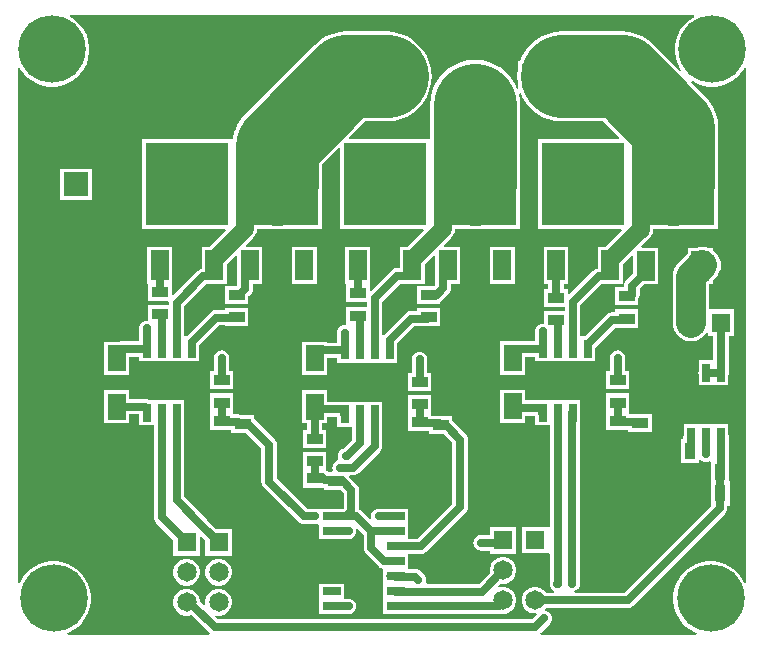
<source format=gtl>
G04*
G04 #@! TF.GenerationSoftware,Altium Limited,Altium Designer,24.0.1 (36)*
G04*
G04 Layer_Physical_Order=1*
G04 Layer_Color=255*
%FSLAX45Y45*%
%MOMM*%
G71*
G04*
G04 #@! TF.SameCoordinates,0B170F52-40F4-4D68-8434-06CE0CB0BF9C*
G04*
G04*
G04 #@! TF.FilePolarity,Positive*
G04*
G01*
G75*
%ADD20R,1.50000X2.50000*%
%ADD21R,7.00000X7.00000*%
%ADD29R,0.91000X1.39000*%
%ADD30R,1.39000X0.91000*%
%ADD31R,0.97000X1.47000*%
%ADD32R,1.55000X2.20000*%
%ADD33R,1.52500X0.65000*%
%ADD34R,1.40000X0.95000*%
%ADD35R,0.65000X1.52500*%
%ADD36C,0.70000*%
%ADD37C,2.50000*%
%ADD38C,7.00000*%
%ADD39C,1.50000*%
%ADD40C,1.65000*%
%ADD41R,1.65000X1.65000*%
%ADD42R,1.65000X1.65000*%
%ADD43R,2.05000X2.05000*%
%ADD44C,2.05000*%
%ADD45R,2.05000X2.05000*%
%ADD46C,5.70000*%
%ADD47C,0.50000*%
G36*
X14553481Y12213514D02*
X14541504Y12207412D01*
X14501392Y12178269D01*
X14466331Y12143209D01*
X14437189Y12103096D01*
X14414677Y12058918D01*
X14399358Y12011763D01*
X14391600Y11962791D01*
Y11913209D01*
X14399358Y11864237D01*
X14414677Y11817082D01*
X14437189Y11772904D01*
X14442445Y11765667D01*
X14432759Y11757393D01*
X14211221Y11978931D01*
X14165738Y12017777D01*
X14114738Y12049029D01*
X14087109Y12060474D01*
X14059479Y12071919D01*
X14001318Y12085882D01*
X13941689Y12090575D01*
X13436600D01*
X13376971Y12085882D01*
X13318811Y12071919D01*
X13263550Y12049029D01*
X13212550Y12017777D01*
X13167068Y11978931D01*
X13128223Y11933449D01*
X13096971Y11882450D01*
X13080174Y11841900D01*
X13067500D01*
Y11799778D01*
X13060118Y11769029D01*
X13055424Y11709400D01*
X13060118Y11649771D01*
X13067500Y11619022D01*
Y11607051D01*
X13054800Y11604525D01*
X13039629Y11641150D01*
X13008377Y11692149D01*
X12969531Y11737631D01*
X12924049Y11776477D01*
X12873050Y11807729D01*
X12817789Y11830619D01*
X12759629Y11844582D01*
X12700000Y11849275D01*
X12640371Y11844582D01*
X12582211Y11830619D01*
X12526950Y11807729D01*
X12475951Y11776477D01*
X12430469Y11737631D01*
X12391623Y11692149D01*
X12360371Y11641150D01*
X12337481Y11585889D01*
X12323518Y11527729D01*
X12318825Y11468100D01*
Y11191258D01*
X12318000Y11178900D01*
X11636255D01*
X11631395Y11190633D01*
X11768987Y11328225D01*
X11950700D01*
X12010329Y11332918D01*
X12068489Y11346881D01*
X12123750Y11369771D01*
X12174749Y11401023D01*
X12220231Y11439869D01*
X12259077Y11485351D01*
X12290329Y11536350D01*
X12313219Y11591611D01*
X12327182Y11649771D01*
X12329671Y11681400D01*
X12332500Y11691956D01*
Y11726844D01*
X12329671Y11737400D01*
X12327182Y11769029D01*
X12313219Y11827189D01*
X12290329Y11882450D01*
X12259077Y11933449D01*
X12220231Y11978931D01*
X12174749Y12017777D01*
X12123750Y12049029D01*
X12068489Y12071919D01*
X12010329Y12085882D01*
X11950700Y12090575D01*
X11611099D01*
X11551470Y12085882D01*
X11493309Y12071919D01*
X11438049Y12049029D01*
X11387050Y12017777D01*
X11341568Y11978931D01*
X10753769Y11391132D01*
X10714923Y11345650D01*
X10683671Y11294651D01*
X10672226Y11267021D01*
X10660781Y11239391D01*
X10648610Y11188696D01*
X10641600Y11178900D01*
X9881600D01*
Y10418900D01*
X10585233D01*
X10590093Y10407167D01*
X10446826Y10263900D01*
X10386600D01*
Y10165783D01*
X10385694Y10158900D01*
X10385694Y10158898D01*
Y10108900D01*
X10386600Y10102018D01*
Y10082661D01*
X10383308Y10082227D01*
X10367496Y10075678D01*
X10353918Y10065259D01*
X10144733Y9856074D01*
X10133000Y9860934D01*
Y9953900D01*
X10136600D01*
Y10263900D01*
X9926600D01*
Y9953900D01*
X9933000D01*
Y9809200D01*
X10096683D01*
X10107821Y9796500D01*
X10107139Y9791324D01*
Y9774200D01*
X9933000D01*
Y9649109D01*
X9923452Y9640735D01*
X9918700Y9641361D01*
X9901732Y9639127D01*
X9885920Y9632577D01*
X9872342Y9622158D01*
X9861923Y9608580D01*
X9855373Y9592768D01*
X9853139Y9575800D01*
Y9468061D01*
X9711100D01*
X9694131Y9465827D01*
X9688756Y9463600D01*
X9557200D01*
Y9183600D01*
X9772200D01*
Y9336939D01*
X9856200D01*
Y9296250D01*
X9981199D01*
Y9296250D01*
X9983201D01*
Y9296250D01*
X10108199D01*
Y9296250D01*
X10110201D01*
Y9296250D01*
X10235199D01*
Y9296250D01*
X10237201D01*
Y9296250D01*
X10362200D01*
Y9383536D01*
X10363027Y9385532D01*
X10365261Y9402500D01*
Y9431144D01*
X10485758Y9551641D01*
X10485760Y9551644D01*
X10535056Y9600939D01*
X10580700D01*
Y9593800D01*
X10780700D01*
Y9748800D01*
X10580700D01*
Y9732061D01*
X10507900D01*
X10490931Y9729827D01*
X10475120Y9723277D01*
X10461541Y9712858D01*
X10393042Y9644358D01*
X10257434Y9508750D01*
X10238261D01*
Y9575800D01*
Y9764168D01*
X10427432Y9953340D01*
X10451600D01*
X10455858Y9953900D01*
X10596600D01*
Y10102018D01*
X10597506Y10108900D01*
Y10115032D01*
X10676567Y10194093D01*
X10688300Y10189233D01*
Y10023460D01*
X10687739Y10019200D01*
Y9938800D01*
X10580700D01*
Y9783800D01*
X10780700D01*
Y9846083D01*
X10786011Y9851394D01*
X10786081Y9851423D01*
X10799658Y9861842D01*
X10810077Y9875420D01*
X10816627Y9891232D01*
X10818861Y9908200D01*
Y9954200D01*
X10898300D01*
Y10264200D01*
X10763267D01*
X10758407Y10275933D01*
X10823486Y10341012D01*
X10823487Y10341013D01*
X10840317Y10362947D01*
X10850897Y10388490D01*
X10854506Y10415900D01*
X10866150Y10419200D01*
X11008370D01*
X11023300Y10418025D01*
X11038230Y10419200D01*
X11403300D01*
Y10784270D01*
X11404475Y10799200D01*
Y10963713D01*
X11546267Y11105505D01*
X11558000Y11100645D01*
Y10418900D01*
X12261633D01*
X12266493Y10407167D01*
X12123226Y10263900D01*
X12063000D01*
Y10165783D01*
X12062094Y10158900D01*
X12063000Y10152017D01*
Y10085861D01*
X12039600D01*
X12022632Y10083627D01*
X12006820Y10077077D01*
X11993241Y10066658D01*
X11821133Y9894550D01*
X11809400Y9899410D01*
Y9950500D01*
X11813000Y9953900D01*
X11813000D01*
Y10263900D01*
X11603000D01*
Y9953900D01*
X11609400Y9950500D01*
Y9795500D01*
X11783539D01*
Y9760500D01*
X11609400D01*
Y9614188D01*
X11597773Y9602909D01*
X11595100Y9603261D01*
X11578132Y9601027D01*
X11562320Y9594477D01*
X11548742Y9584058D01*
X11538323Y9570480D01*
X11531773Y9554668D01*
X11529539Y9537700D01*
Y9455361D01*
X11448600D01*
Y9463600D01*
X11233600D01*
Y9183600D01*
X11448600D01*
Y9324239D01*
X11532600D01*
Y9283550D01*
X11657599D01*
Y9283550D01*
X11659601D01*
Y9283550D01*
X11784599D01*
Y9283550D01*
X11786601D01*
Y9283550D01*
X11911599D01*
Y9283550D01*
X11913601D01*
Y9283550D01*
X12038600D01*
Y9370836D01*
X12039427Y9372832D01*
X12041661Y9389800D01*
Y9447639D01*
X12187262Y9593239D01*
X12293800D01*
X12298058Y9593800D01*
X12406300D01*
Y9748800D01*
X12206300D01*
Y9724361D01*
X12160105D01*
X12143137Y9722127D01*
X12127325Y9715577D01*
X12113747Y9705158D01*
X11929742Y9521153D01*
X11927361Y9518050D01*
X11914661Y9522361D01*
Y9537700D01*
Y9802644D01*
X12065917Y9953900D01*
X12273000D01*
Y10114126D01*
X12353047Y10194174D01*
X12364781Y10189313D01*
Y10072903D01*
X12364220Y10068643D01*
Y9941961D01*
X12361059Y9938800D01*
X12206300D01*
Y9783800D01*
X12406300D01*
Y9803264D01*
X12408856Y9804323D01*
X12422434Y9814742D01*
X12476139Y9868447D01*
X12486558Y9882025D01*
X12493107Y9897837D01*
X12495341Y9914805D01*
Y9953643D01*
X12574780D01*
Y10263643D01*
X12439111D01*
X12434250Y10275376D01*
X12499667Y10340794D01*
X12516498Y10362728D01*
X12527078Y10388270D01*
X12530687Y10415680D01*
X12542526Y10418643D01*
X12684853D01*
X12699781Y10417468D01*
X12714708Y10418643D01*
X13079781D01*
Y10781144D01*
X13081175Y10798863D01*
Y11468100D01*
X13076482Y11527729D01*
X13070003Y11554718D01*
X13080328Y11566111D01*
X13084906Y11565478D01*
X13096971Y11536350D01*
X13128223Y11485351D01*
X13167068Y11439869D01*
X13212550Y11401023D01*
X13263550Y11369771D01*
X13318811Y11346881D01*
X13376971Y11332918D01*
X13436600Y11328225D01*
X13783801D01*
X13921237Y11190790D01*
X13916377Y11179057D01*
X13234631D01*
Y10419057D01*
X13938264D01*
X13943124Y10407323D01*
X13799858Y10264057D01*
X13739632D01*
Y10165940D01*
X13738725Y10159057D01*
X13738725Y10159055D01*
Y10109057D01*
X13739632Y10102175D01*
Y10083824D01*
X13728690Y10082384D01*
X13712878Y10075834D01*
X13699300Y10065415D01*
X13497533Y9863649D01*
X13485800Y9868509D01*
Y9913400D01*
X13450777D01*
Y9954057D01*
X13489632D01*
Y10264057D01*
X13279633D01*
Y9954057D01*
X13319655D01*
Y9913400D01*
X13285800D01*
Y9758400D01*
X13459940D01*
Y9723400D01*
X13285800D01*
Y9623709D01*
X13276253Y9615335D01*
X13271500Y9615961D01*
X13254532Y9613727D01*
X13238721Y9607177D01*
X13225142Y9596758D01*
X13214723Y9583180D01*
X13208173Y9567368D01*
X13205939Y9550400D01*
Y9468061D01*
X13062100D01*
X13045131Y9465827D01*
X13044101Y9465400D01*
X12910001D01*
Y9185400D01*
X13125000D01*
Y9336939D01*
X13209000D01*
Y9296250D01*
X13334000D01*
Y9296250D01*
X13336002D01*
Y9296250D01*
X13460999D01*
Y9296250D01*
X13463000D01*
Y9296250D01*
X13577299D01*
X13587999Y9296250D01*
Y9296250D01*
X13590001D01*
Y9296250D01*
X13714999D01*
Y9411033D01*
X13884506Y9580539D01*
X13970200D01*
X13974458Y9581100D01*
X14082700D01*
Y9736100D01*
X13882700D01*
Y9711661D01*
X13857350D01*
X13840382Y9709427D01*
X13824570Y9702877D01*
X13810992Y9692459D01*
X13627284Y9508750D01*
X13591061D01*
Y9537700D01*
Y9771743D01*
X13772813Y9953496D01*
X13804633D01*
X13808890Y9954057D01*
X13949631D01*
Y10102175D01*
X13950539Y10109057D01*
Y10115189D01*
X14029668Y10194318D01*
X14041400Y10189458D01*
Y10042717D01*
X13980437Y9981753D01*
X13970018Y9968175D01*
X13963467Y9952364D01*
X13961234Y9935395D01*
Y9926100D01*
X13882700D01*
Y9771100D01*
X14082700D01*
Y9827183D01*
X14083572Y9828320D01*
X14090121Y9844131D01*
X14092355Y9861100D01*
Y9908239D01*
X14134117Y9950000D01*
X14251401D01*
Y10260000D01*
X14111942D01*
X14107082Y10271733D01*
X14159846Y10324499D01*
X14176286Y10337113D01*
X14193117Y10359047D01*
X14203697Y10384590D01*
X14207306Y10412000D01*
Y10415000D01*
X14361470D01*
X14376401Y10413825D01*
X14391330Y10415000D01*
X14756400D01*
Y10780070D01*
X14757574Y10795000D01*
Y11274689D01*
X14752882Y11334318D01*
X14738919Y11392479D01*
X14716029Y11447739D01*
X14684776Y11498738D01*
X14645932Y11544221D01*
X14525993Y11664159D01*
X14534267Y11673846D01*
X14541504Y11668588D01*
X14585683Y11646078D01*
X14632837Y11630757D01*
X14681808Y11623000D01*
X14731390D01*
X14780363Y11630757D01*
X14827518Y11646078D01*
X14871696Y11668588D01*
X14911809Y11697731D01*
X14946869Y11732791D01*
X14976012Y11772904D01*
X14980914Y11782525D01*
X14993263Y11779561D01*
X14993263Y7424087D01*
X14980563Y7421038D01*
X14963312Y7454896D01*
X14934169Y7495009D01*
X14899109Y7530069D01*
X14858997Y7559212D01*
X14814818Y7581722D01*
X14767664Y7597043D01*
X14718690Y7604800D01*
X14669109D01*
X14620137Y7597043D01*
X14572981Y7581722D01*
X14528804Y7559212D01*
X14488692Y7530069D01*
X14453632Y7495009D01*
X14424487Y7454896D01*
X14401978Y7410718D01*
X14386658Y7363563D01*
X14378900Y7314591D01*
Y7265009D01*
X14386658Y7216037D01*
X14401978Y7168882D01*
X14424487Y7124704D01*
X14453632Y7084591D01*
X14488692Y7049531D01*
X14528804Y7020388D01*
X14572981Y6997878D01*
X14576822Y6996630D01*
X14574837Y6984087D01*
X13257785Y6984086D01*
X13253473Y6996787D01*
X13257455Y6999842D01*
X13331955Y7074342D01*
X13342374Y7087920D01*
X13348924Y7103732D01*
X13351157Y7120701D01*
X13348924Y7137669D01*
X13342374Y7153481D01*
X13331955Y7167059D01*
X13318378Y7177478D01*
X13302565Y7184027D01*
X13295462Y7184962D01*
X13290910Y7198371D01*
X13298022Y7205483D01*
X13299268Y7207640D01*
X13991499D01*
X14008469Y7209874D01*
X14024281Y7216423D01*
X14037859Y7226842D01*
X14818112Y8007095D01*
X14828531Y8020674D01*
X14835081Y8036486D01*
X14837315Y8053454D01*
Y8075300D01*
X14855400D01*
Y8282300D01*
X14851401D01*
Y8456100D01*
X14845860D01*
Y8639289D01*
X14846127Y8639932D01*
X14848360Y8656900D01*
X14846127Y8673868D01*
X14845300Y8675864D01*
Y8763150D01*
X14731000D01*
X14720300Y8763150D01*
Y8763150D01*
X14718298D01*
Y8763150D01*
X14593301D01*
Y8763150D01*
X14591299D01*
Y8763150D01*
X14466299D01*
Y8675864D01*
X14465472Y8673868D01*
X14463239Y8656900D01*
Y8636440D01*
X14443140D01*
Y8437440D01*
X14594141D01*
Y8461721D01*
X14606841Y8466032D01*
X14609442Y8462642D01*
X14623019Y8452223D01*
X14638832Y8445673D01*
X14655800Y8443439D01*
X14672768Y8445673D01*
X14688580Y8452223D01*
X14700400Y8445284D01*
Y8282300D01*
X14698399D01*
Y8075301D01*
X14698399Y8075300D01*
X14698399D01*
X14691406Y8065824D01*
X13964343Y7338761D01*
X13542313D01*
X13539929Y7350933D01*
X13555740Y7357483D01*
X13569318Y7367902D01*
X13579736Y7381480D01*
X13586287Y7397292D01*
X13588521Y7414260D01*
Y8794509D01*
X13588560Y8794812D01*
Y8842489D01*
X13588828Y8843132D01*
X13591060Y8860100D01*
X13588828Y8877068D01*
X13588000Y8879064D01*
Y8966350D01*
X13473700D01*
X13463000Y8966350D01*
Y8966350D01*
X13460999D01*
Y8966350D01*
X13336002D01*
X13336000Y8966350D01*
X13334000D01*
Y8966350D01*
X13323300Y8966350D01*
X13281502D01*
X13267751Y8968160D01*
X13125000D01*
Y9055400D01*
X12910001D01*
Y8775400D01*
X13125000D01*
Y8837039D01*
X13209000D01*
Y8753850D01*
X13332939D01*
Y7895689D01*
X13320500Y7895060D01*
X13320239Y7895060D01*
X13095500D01*
Y7670060D01*
X13320239D01*
X13320500Y7670060D01*
X13332939Y7669431D01*
Y7429427D01*
X13332632Y7428688D01*
X13330400Y7411720D01*
X13332632Y7394752D01*
X13339183Y7378940D01*
X13349602Y7365362D01*
X13363181Y7354943D01*
X13371585Y7351461D01*
X13369060Y7338761D01*
X13300838D01*
X13298022Y7343637D01*
X13277077Y7364582D01*
X13251424Y7379393D01*
X13222810Y7387060D01*
X13193188D01*
X13164577Y7379393D01*
X13138924Y7364582D01*
X13117978Y7343637D01*
X13103168Y7317983D01*
X13095500Y7289371D01*
Y7259749D01*
X13103168Y7231137D01*
X13117978Y7205483D01*
X13138924Y7184538D01*
X13164577Y7169727D01*
X13193188Y7162060D01*
X13216280D01*
X13221539Y7149360D01*
X13183942Y7111761D01*
X10524557D01*
X10502146Y7134171D01*
X10508720Y7145558D01*
X10513489Y7144280D01*
X10543111D01*
X10571723Y7151947D01*
X10597377Y7166758D01*
X10618322Y7187703D01*
X10633133Y7213357D01*
X10640800Y7241969D01*
Y7271591D01*
X10633133Y7300203D01*
X10618322Y7325857D01*
X10597377Y7346802D01*
X10571723Y7361613D01*
X10543111Y7369280D01*
X10513489D01*
X10484877Y7361613D01*
X10459223Y7346802D01*
X10438278Y7325857D01*
X10423467Y7300203D01*
X10415800Y7271591D01*
Y7241969D01*
X10417078Y7237200D01*
X10405691Y7230626D01*
X10370200Y7266117D01*
Y7271591D01*
X10362534Y7300203D01*
X10347723Y7325857D01*
X10326777Y7346802D01*
X10301124Y7361613D01*
X10272511Y7369280D01*
X10242889D01*
X10214277Y7361613D01*
X10188624Y7346802D01*
X10167678Y7325857D01*
X10152867Y7300203D01*
X10145200Y7271591D01*
Y7241969D01*
X10152867Y7213357D01*
X10167678Y7187703D01*
X10188624Y7166758D01*
X10214277Y7151947D01*
X10242889Y7144280D01*
X10272511D01*
X10299399Y7151485D01*
X10451042Y6999842D01*
X10455024Y6996786D01*
X10450713Y6984086D01*
X9250363Y6984086D01*
X9248376Y6996630D01*
X9252218Y6997878D01*
X9296396Y7020388D01*
X9336509Y7049531D01*
X9371569Y7084591D01*
X9400712Y7124704D01*
X9423222Y7168882D01*
X9438543Y7216037D01*
X9446300Y7265009D01*
Y7314591D01*
X9438543Y7363563D01*
X9423222Y7410718D01*
X9400712Y7454896D01*
X9371569Y7495009D01*
X9336509Y7530069D01*
X9296396Y7559212D01*
X9252218Y7581722D01*
X9205063Y7597043D01*
X9156091Y7604800D01*
X9106509D01*
X9057537Y7597043D01*
X9010382Y7581722D01*
X8966204Y7559212D01*
X8926091Y7530069D01*
X8891031Y7495009D01*
X8861888Y7454896D01*
X8844637Y7421039D01*
X8831937Y7424088D01*
X8831936Y11779562D01*
X8844285Y11782527D01*
X8849188Y11772904D01*
X8878331Y11732791D01*
X8913391Y11697731D01*
X8953504Y11668588D01*
X8997682Y11646078D01*
X9044837Y11630757D01*
X9093809Y11623000D01*
X9143391D01*
X9192363Y11630757D01*
X9239518Y11646078D01*
X9283696Y11668588D01*
X9323809Y11697731D01*
X9358869Y11732791D01*
X9388012Y11772904D01*
X9410522Y11817082D01*
X9425843Y11864237D01*
X9433600Y11913209D01*
Y11962791D01*
X9425843Y12011763D01*
X9410522Y12058918D01*
X9388012Y12103096D01*
X9358869Y12143209D01*
X9323809Y12178269D01*
X9283696Y12207412D01*
X9271720Y12213514D01*
X9274685Y12225863D01*
X11940000Y12225864D01*
X14550516D01*
X14553481Y12213514D01*
D02*
G37*
%LPC*%
G36*
X9454300Y10927500D02*
X9189300D01*
Y10662500D01*
X9454300D01*
Y10927500D01*
D02*
G37*
G36*
X14625320Y10267489D02*
X14594936Y10264497D01*
X14580110Y10260000D01*
X14569418D01*
X14567680Y10260720D01*
X14545799D01*
X14544061Y10260000D01*
X14501401D01*
Y10208084D01*
X14418668Y10125352D01*
X14399300Y10101750D01*
X14384906Y10074823D01*
X14376044Y10045605D01*
X14373050Y10015220D01*
Y9624060D01*
X14376044Y9593675D01*
X14384906Y9564457D01*
X14399300Y9537530D01*
X14418668Y9513928D01*
X14442270Y9494559D01*
X14469197Y9480166D01*
X14498415Y9471303D01*
X14528799Y9468310D01*
X14559184Y9471303D01*
X14588403Y9480166D01*
X14615331Y9494559D01*
X14638931Y9513928D01*
X14657600Y9536676D01*
X14661725Y9536672D01*
X14670300Y9534524D01*
Y9511560D01*
X14717239D01*
Y9305550D01*
X14593300D01*
Y9218265D01*
X14592473Y9216269D01*
X14590239Y9199300D01*
X14592473Y9182332D01*
X14593300Y9180336D01*
Y9093050D01*
X14718298D01*
Y9093050D01*
X14720300D01*
Y9093050D01*
X14845300D01*
Y9180336D01*
X14846127Y9182332D01*
X14848361Y9199300D01*
Y9511560D01*
X14895300D01*
Y9736560D01*
X14684550D01*
Y9950000D01*
X14711400D01*
Y9977556D01*
X14735452Y10001608D01*
X14754820Y10025210D01*
X14769214Y10052137D01*
X14778078Y10081355D01*
X14781068Y10111740D01*
X14778078Y10142125D01*
X14769214Y10171343D01*
X14754820Y10198270D01*
X14735452Y10221872D01*
X14711850Y10241241D01*
X14711400Y10241482D01*
Y10260000D01*
X14670531D01*
X14655705Y10264497D01*
X14625320Y10267489D01*
D02*
G37*
G36*
X11358300Y10264200D02*
X11148300D01*
Y9954200D01*
X11358300D01*
Y10264200D01*
D02*
G37*
G36*
X13034779Y10263643D02*
X12824780D01*
Y9953643D01*
X12915141D01*
X12917661Y9952600D01*
X12939540D01*
X12942058Y9953643D01*
X13034779D01*
Y10263643D01*
D02*
G37*
G36*
X13906500Y9389161D02*
X13889532Y9386927D01*
X13873720Y9380377D01*
X13860143Y9369958D01*
X13849722Y9356381D01*
X13843173Y9340569D01*
X13840939Y9323600D01*
Y9214900D01*
X13806500D01*
Y9059900D01*
X14006500D01*
Y9214900D01*
X13972061D01*
Y9323600D01*
X13969827Y9340569D01*
X13963277Y9356381D01*
X13952858Y9369958D01*
X13939281Y9380377D01*
X13923468Y9386927D01*
X13906500Y9389161D01*
D02*
G37*
G36*
X10553700D02*
X10536732Y9386927D01*
X10520920Y9380377D01*
X10507342Y9369958D01*
X10496923Y9356381D01*
X10490373Y9340569D01*
X10488139Y9323600D01*
Y9214900D01*
X10453700D01*
Y9059900D01*
X10653700D01*
Y9214900D01*
X10619261D01*
Y9323600D01*
X10617027Y9340569D01*
X10610477Y9356381D01*
X10600058Y9369958D01*
X10586480Y9380377D01*
X10570668Y9386927D01*
X10553700Y9389161D01*
D02*
G37*
G36*
X12230100Y9379761D02*
X12213132Y9377527D01*
X12197320Y9370977D01*
X12183742Y9360558D01*
X12173323Y9346981D01*
X12166773Y9331169D01*
X12164539Y9314200D01*
Y9202200D01*
X12130100D01*
Y9047200D01*
X12330100D01*
Y9202200D01*
X12295661D01*
Y9314200D01*
X12293427Y9331169D01*
X12286877Y9346981D01*
X12276458Y9360558D01*
X12262880Y9370977D01*
X12247068Y9377527D01*
X12230100Y9379761D01*
D02*
G37*
G36*
X14006500Y9024900D02*
X13806500D01*
Y8869900D01*
Y8717000D01*
X13997501D01*
Y8700200D01*
X14196500D01*
Y8851200D01*
X14006500D01*
Y8869900D01*
Y9024900D01*
D02*
G37*
G36*
X11448600Y9053600D02*
X11233600D01*
Y8773600D01*
X11275539D01*
Y8719600D01*
X11241100D01*
Y8564600D01*
X11441100D01*
Y8719600D01*
X11406661D01*
Y8773600D01*
X11448600D01*
Y8824339D01*
X11532600D01*
Y8741150D01*
X11656539D01*
Y8632456D01*
X11582328Y8558245D01*
X11570820Y8553477D01*
X11557242Y8543059D01*
X11546823Y8529481D01*
X11540273Y8513669D01*
X11538039Y8496700D01*
X11540273Y8479732D01*
X11542969Y8473223D01*
X11540130Y8460471D01*
X11536149Y8458419D01*
X11524220Y8453477D01*
X11510642Y8443059D01*
X11500223Y8429481D01*
X11493673Y8413669D01*
X11491439Y8396700D01*
X11493673Y8379732D01*
X11495882Y8374400D01*
X11487396Y8361700D01*
X11454117D01*
X11451258Y8364559D01*
X11441100Y8372353D01*
Y8529600D01*
X11241100D01*
Y8374600D01*
Y8227800D01*
X11419400D01*
Y8210700D01*
X11557307D01*
X11587839Y8180168D01*
Y8059456D01*
X11578344Y8049961D01*
X11485100D01*
X11468132Y8047727D01*
X11466136Y8046900D01*
X11378851D01*
X11378850Y8046901D01*
Y8046901D01*
X11366150Y8045519D01*
X11360819Y8047727D01*
X11343850Y8049961D01*
X11277423D01*
X11022066Y8305318D01*
Y8588795D01*
X11019832Y8605763D01*
X11013283Y8621575D01*
X11002863Y8635153D01*
X10833358Y8804659D01*
X10831000Y8806468D01*
Y8844300D01*
X10713748D01*
X10711268Y8845327D01*
X10694300Y8847561D01*
X10653700D01*
Y9024900D01*
X10453700D01*
Y8869900D01*
Y8717000D01*
X10561942D01*
X10566200Y8716440D01*
X10632000D01*
Y8693300D01*
X10737742D01*
X10742000Y8692740D01*
X10759844D01*
X10890944Y8561639D01*
Y8278162D01*
X10893178Y8261194D01*
X10899728Y8245382D01*
X10910147Y8231804D01*
X11203909Y7938042D01*
X11217487Y7927623D01*
X11233299Y7921074D01*
X11250267Y7918840D01*
X11343850D01*
X11360819Y7921074D01*
X11366150Y7923282D01*
X11369060Y7922965D01*
X11378850Y7914796D01*
Y7794900D01*
X11466136D01*
X11468132Y7794074D01*
X11485100Y7791840D01*
X11629300D01*
X11646269Y7794074D01*
X11662081Y7800623D01*
X11675659Y7811042D01*
X11686077Y7824620D01*
X11692627Y7840432D01*
X11694861Y7857400D01*
X11692627Y7874369D01*
X11692077Y7875696D01*
X11702844Y7882890D01*
X11755490Y7830244D01*
Y7716450D01*
X11757724Y7699482D01*
X11764273Y7683670D01*
X11774692Y7670092D01*
X11885242Y7559542D01*
X11898820Y7549123D01*
X11910740Y7544186D01*
X11921250Y7538900D01*
Y7493265D01*
X11919359Y7488700D01*
Y7466820D01*
X11921250Y7462255D01*
Y7424600D01*
X11921250Y7413901D01*
X11921250D01*
Y7411900D01*
X11921250D01*
Y7297600D01*
X11921250Y7286901D01*
X11921250D01*
Y7284900D01*
X11921250D01*
Y7159900D01*
X12008536D01*
X12010532Y7159074D01*
X12027500Y7156840D01*
X12898994D01*
X12915962Y7159074D01*
X12920950Y7161140D01*
X12922589Y7160700D01*
X12952211D01*
X12980824Y7168367D01*
X13006477Y7183178D01*
X13027423Y7204124D01*
X13042233Y7229777D01*
X13049899Y7258389D01*
Y7288011D01*
X13042233Y7316624D01*
X13027423Y7342277D01*
X13006477Y7363223D01*
X12980824Y7378034D01*
X12952211Y7385700D01*
X12922589D01*
X12900717Y7379839D01*
X12894144Y7391226D01*
X12918668Y7415751D01*
X12922589Y7414700D01*
X12952211D01*
X12980824Y7422367D01*
X13006477Y7437178D01*
X13027423Y7458124D01*
X13042233Y7483777D01*
X13049899Y7512389D01*
Y7542011D01*
X13042233Y7570624D01*
X13027423Y7596277D01*
X13006477Y7617223D01*
X12980824Y7632034D01*
X12952211Y7639700D01*
X12922589D01*
X12893977Y7632034D01*
X12868324Y7617223D01*
X12847379Y7596277D01*
X12832567Y7570624D01*
X12824899Y7542011D01*
Y7512389D01*
X12825951Y7508468D01*
X12729944Y7412461D01*
X12289108D01*
X12280622Y7425161D01*
X12282598Y7429932D01*
X12284832Y7446900D01*
X12282598Y7463868D01*
X12276048Y7479681D01*
X12265630Y7493259D01*
X12238630Y7520259D01*
X12225051Y7530678D01*
X12209240Y7537227D01*
X12192271Y7539461D01*
X12145854D01*
X12133750Y7540901D01*
Y7664840D01*
X12238900D01*
X12255869Y7667074D01*
X12271681Y7673623D01*
X12285259Y7684042D01*
X12619358Y8018142D01*
X12629777Y8031720D01*
X12636327Y8047532D01*
X12638561Y8064500D01*
Y8633924D01*
X12636327Y8650892D01*
X12629777Y8666704D01*
X12619359Y8680282D01*
X12507682Y8791959D01*
X12507400Y8792175D01*
Y8831600D01*
X12418666D01*
X12409669Y8835327D01*
X12392700Y8837561D01*
X12330100D01*
Y9012200D01*
X12130100D01*
Y8857200D01*
Y8704300D01*
X12308400D01*
Y8680600D01*
X12433607D01*
X12507439Y8606768D01*
Y8091656D01*
X12211744Y7795961D01*
X12133750D01*
Y7919900D01*
X12133751D01*
Y7921901D01*
X12133750D01*
Y8046900D01*
X12046465D01*
X12044469Y8047727D01*
X12027500Y8049961D01*
X11883300D01*
X11866332Y8047727D01*
X11850520Y8041177D01*
X11836942Y8030759D01*
X11826523Y8017181D01*
X11819974Y8001369D01*
X11817740Y7984400D01*
X11819712Y7969416D01*
X11815409Y7965680D01*
X11808240Y7962927D01*
X11740409Y8030759D01*
X11726831Y8041178D01*
X11718961Y8044438D01*
Y8207324D01*
X11716727Y8224292D01*
X11710177Y8240104D01*
X11699758Y8253682D01*
X11635001Y8318440D01*
X11640261Y8331140D01*
X11668220D01*
X11685189Y8333373D01*
X11701000Y8339923D01*
X11714579Y8350342D01*
X11895459Y8531222D01*
X11905877Y8544800D01*
X11912427Y8560612D01*
X11914661Y8577580D01*
Y8806150D01*
X11912427Y8823118D01*
X11911600Y8825114D01*
Y8953650D01*
X11786601D01*
X11786600Y8953650D01*
X11784599D01*
Y8953650D01*
X11773900Y8953650D01*
X11659601D01*
X11659600Y8953650D01*
X11657599D01*
Y8953650D01*
X11646900Y8953650D01*
X11605102D01*
X11591350Y8955460D01*
X11448600D01*
Y9053600D01*
D02*
G37*
G36*
X13049899Y7893700D02*
X12824899D01*
Y7825261D01*
X12750800D01*
X12733832Y7823027D01*
X12718020Y7816477D01*
X12704442Y7806058D01*
X12694023Y7792480D01*
X12687473Y7776668D01*
X12685239Y7759700D01*
X12687473Y7742732D01*
X12694023Y7726920D01*
X12704442Y7713342D01*
X12718020Y7702923D01*
X12733832Y7696373D01*
X12750800Y7694139D01*
X12824899D01*
Y7668700D01*
X13049899D01*
Y7893700D01*
D02*
G37*
G36*
X9772200Y9053600D02*
X9557200D01*
Y8773600D01*
X9772200D01*
Y8848039D01*
X9854727D01*
X9855373Y8843131D01*
X9856200Y8841135D01*
Y8753850D01*
X9980139D01*
Y7976780D01*
X9982373Y7959812D01*
X9988923Y7944000D01*
X9999342Y7930422D01*
X10145200Y7784563D01*
Y7652280D01*
X10370200D01*
Y7813570D01*
X10381934Y7818430D01*
X10415800Y7784563D01*
Y7652280D01*
X10640800D01*
Y7877280D01*
X10508517D01*
X10428163Y7957633D01*
X10427392Y7958225D01*
X10238261Y8147357D01*
Y8860100D01*
X10236027Y8877068D01*
X10235200Y8879064D01*
Y8966350D01*
X10110201D01*
Y8966350D01*
X10108199D01*
Y8966350D01*
X9983201D01*
X9983200Y8966350D01*
X9981199D01*
Y8966350D01*
X9970500Y8966350D01*
X9941978D01*
X9936730Y8970377D01*
X9920918Y8976927D01*
X9903950Y8979161D01*
X9772200D01*
Y9053600D01*
D02*
G37*
G36*
X10543111Y7623280D02*
X10513489D01*
X10484877Y7615613D01*
X10459223Y7600802D01*
X10438278Y7579857D01*
X10423467Y7554203D01*
X10415800Y7525591D01*
Y7495969D01*
X10423467Y7467357D01*
X10438278Y7441703D01*
X10459223Y7420758D01*
X10484877Y7405947D01*
X10513489Y7398280D01*
X10543111D01*
X10571723Y7405947D01*
X10597377Y7420758D01*
X10618322Y7441703D01*
X10633133Y7467357D01*
X10640800Y7495969D01*
Y7525591D01*
X10633133Y7554203D01*
X10618322Y7579857D01*
X10597377Y7600802D01*
X10571723Y7615613D01*
X10543111Y7623280D01*
D02*
G37*
G36*
X10272511D02*
X10242889D01*
X10214277Y7615613D01*
X10188624Y7600802D01*
X10167678Y7579857D01*
X10152867Y7554203D01*
X10145200Y7525591D01*
Y7495969D01*
X10152867Y7467357D01*
X10167678Y7441703D01*
X10188624Y7420758D01*
X10214277Y7405947D01*
X10242889Y7398280D01*
X10272511D01*
X10301124Y7405947D01*
X10326777Y7420758D01*
X10347723Y7441703D01*
X10362534Y7467357D01*
X10370200Y7495969D01*
Y7525591D01*
X10362534Y7554203D01*
X10347723Y7579857D01*
X10326777Y7600802D01*
X10301124Y7615613D01*
X10272511Y7623280D01*
D02*
G37*
G36*
X11591350Y7411900D02*
X11378850D01*
Y7286901D01*
X11378850Y7286901D01*
Y7284900D01*
X11378850D01*
X11378850Y7274200D01*
Y7159900D01*
X11466136D01*
X11468132Y7159074D01*
X11485100Y7156840D01*
X11629300D01*
X11646269Y7159074D01*
X11662081Y7165623D01*
X11675659Y7176042D01*
X11686077Y7189620D01*
X11692627Y7205432D01*
X11694861Y7222400D01*
X11692627Y7239369D01*
X11686077Y7255181D01*
X11675659Y7268759D01*
X11662081Y7279177D01*
X11646269Y7285727D01*
X11629300Y7287961D01*
X11591350D01*
Y7411900D01*
D02*
G37*
%LPD*%
G54D20*
X12469780Y10108643D02*
D03*
X12929781D02*
D03*
X12168000Y10108900D02*
D03*
X11708000D02*
D03*
X10793300Y10109200D02*
D03*
X11253300D02*
D03*
X13384631Y10109057D02*
D03*
X13844632D02*
D03*
X14146400Y10105000D02*
D03*
X14606400D02*
D03*
X10491600Y10108900D02*
D03*
X10031600D02*
D03*
G54D21*
X12699781Y10798643D02*
D03*
X11938000Y10798900D02*
D03*
X11023300Y10799200D02*
D03*
X13614632Y10799057D02*
D03*
X14376401Y10795000D02*
D03*
X10261600Y10798900D02*
D03*
G54D29*
X14354640Y8536940D02*
D03*
X14518640D02*
D03*
X14775900Y8356600D02*
D03*
X14611900D02*
D03*
G54D30*
X11518900Y8122200D02*
D03*
Y8286200D02*
D03*
X10731500Y8604800D02*
D03*
Y8768800D02*
D03*
X12407900Y8592100D02*
D03*
Y8756100D02*
D03*
X14097000Y8611700D02*
D03*
Y8775700D02*
D03*
G54D31*
X14610899Y8178800D02*
D03*
X14776900D02*
D03*
G54D32*
X11341100Y8913600D02*
D03*
Y9323600D02*
D03*
X13017500Y8915400D02*
D03*
Y9325400D02*
D03*
X9664700Y8913600D02*
D03*
Y9323600D02*
D03*
G54D33*
X11485100Y7222400D02*
D03*
Y7349400D02*
D03*
Y7476400D02*
D03*
Y7603400D02*
D03*
Y7730400D02*
D03*
Y7857400D02*
D03*
Y7984400D02*
D03*
X12027500D02*
D03*
Y7857400D02*
D03*
Y7730400D02*
D03*
Y7603400D02*
D03*
Y7476400D02*
D03*
Y7349400D02*
D03*
Y7222400D02*
D03*
G54D34*
X12306300Y9861300D02*
D03*
Y9671300D02*
D03*
X11341100Y8305300D02*
D03*
Y8115300D02*
D03*
X11709400Y9683000D02*
D03*
Y9873000D02*
D03*
X12230100Y8591800D02*
D03*
Y8781800D02*
D03*
X11341100Y8452100D02*
D03*
Y8642100D02*
D03*
X13906500Y8604500D02*
D03*
Y8794500D02*
D03*
Y8947400D02*
D03*
Y9137400D02*
D03*
X12230100Y8934700D02*
D03*
Y9124700D02*
D03*
X10553700Y8604500D02*
D03*
Y8794500D02*
D03*
Y8947400D02*
D03*
Y9137400D02*
D03*
X13982700Y9658600D02*
D03*
Y9848600D02*
D03*
X13385800Y9645900D02*
D03*
Y9835900D02*
D03*
X10680700Y9671300D02*
D03*
Y9861300D02*
D03*
X10033000Y9696700D02*
D03*
Y9886700D02*
D03*
G54D35*
X11595100Y8847400D02*
D03*
X11722100D02*
D03*
X11849100D02*
D03*
X11976100D02*
D03*
Y9389800D02*
D03*
X11849100D02*
D03*
X11722100D02*
D03*
X11595100D02*
D03*
X13271500Y8860100D02*
D03*
X13398500D02*
D03*
X13525500D02*
D03*
X13652499D02*
D03*
Y9402500D02*
D03*
X13525500D02*
D03*
X13398500D02*
D03*
X13271500D02*
D03*
X9918700D02*
D03*
X10045700D02*
D03*
X10172700D02*
D03*
X10299700D02*
D03*
Y8860100D02*
D03*
X10172700D02*
D03*
X10045700D02*
D03*
X9918700D02*
D03*
X14782800Y9199300D02*
D03*
X14655800D02*
D03*
X14528799D02*
D03*
X14401801D02*
D03*
Y8656900D02*
D03*
X14528799D02*
D03*
X14655800D02*
D03*
X14782800D02*
D03*
G54D36*
X14528799Y8547100D02*
Y8656900D01*
X14518640Y8536940D02*
X14528799Y8547100D01*
X12757100Y7346900D02*
X12937399Y7527200D01*
X12030001Y7346900D02*
X12757100D01*
X12030001Y7473900D02*
X12192271D01*
X12219271Y7446900D01*
X10045700Y7976780D02*
X10257700Y7764780D01*
X10045700Y7976780D02*
Y8860100D01*
X10172700Y8120201D02*
X10381626Y7911275D01*
X10381805D02*
X10528300Y7764780D01*
X10381626Y7911275D02*
X10381805D01*
X13017500Y8902600D02*
X13267751D01*
X13269000Y8862600D02*
X13271500Y8860100D01*
X13269000Y8862600D02*
Y8901350D01*
X13267751Y8902600D02*
X13269000Y8901350D01*
X13017500Y8905240D02*
Y8915400D01*
X13014960Y8902700D02*
X13017500Y8905240D01*
X11341100Y8889900D02*
X11591350D01*
X11592600Y8888650D01*
Y8849900D02*
Y8888650D01*
Y8849900D02*
X11595100Y8847400D01*
X11341100Y8642100D02*
Y8889900D01*
Y8885900D02*
Y8889900D01*
Y9323600D02*
Y9347300D01*
X11383600Y9389800D01*
X11595100D01*
X13525500Y9537700D02*
Y9798899D01*
Y9402500D02*
Y9537700D01*
X13271500Y9402500D02*
Y9550400D01*
X13844632Y10059057D02*
Y10109057D01*
X13804633Y10019057D02*
X13844632Y10059057D01*
X13745657Y10019057D02*
X13804633D01*
X13525500Y9798899D02*
X13745657Y10019057D01*
X10172700Y8120201D02*
Y8860100D01*
Y9575800D02*
Y9791324D01*
Y9402500D02*
Y9575800D01*
X11603600Y8496700D02*
X11613501D01*
X12027500Y7349400D02*
X12030001Y7346900D01*
X12027500Y7476400D02*
X12030001Y7473900D01*
X12750800Y7759700D02*
X12915900D01*
X12937399Y7781200D01*
X11883300Y7984400D02*
X12027500D01*
X11557000Y8396700D02*
X11668220D01*
X11613501Y8496700D02*
X11722100Y8605300D01*
X11668220Y8396700D02*
X11849100Y8577580D01*
X11931600Y7605900D02*
X12025000D01*
X12027500Y7222400D02*
X12898994D01*
X11485100Y7857400D02*
X11629300D01*
X11485100Y7222400D02*
X11629300D01*
X12027500Y7730400D02*
X12238900D01*
X11821051Y7857400D02*
X12027500D01*
X11485100Y7984400D02*
X11605500D01*
X12025000Y7605900D02*
X12027500Y7603400D01*
X12399262Y8758938D02*
X12437362D01*
Y8750638D02*
Y8758938D01*
Y8750638D02*
X12442400Y8745600D01*
X12461324D01*
X12573000Y8633924D01*
Y8064500D02*
Y8633924D01*
X12238900Y7730400D02*
X12573000Y8064500D01*
X12937399Y7260807D02*
Y7273200D01*
X12898994Y7222400D02*
X12937399Y7260807D01*
X11821051Y7716450D02*
Y7857400D01*
Y7716450D02*
X11931600Y7605900D01*
X11250267Y7984400D02*
X11343850D01*
X10956505Y8278162D02*
X11250267Y7984400D01*
X13991499Y7273200D02*
X14771754Y8053454D01*
Y8173654D02*
X14776900Y8178800D01*
X14771754Y8053454D02*
Y8173654D01*
X13209360Y7273200D02*
X13991499D01*
X14776401Y8179300D02*
X14776900Y8178800D01*
X13208000Y7274560D02*
X13209360Y7273200D01*
X14776401Y8179300D02*
Y8322100D01*
X14775900Y8322600D02*
X14776401Y8322100D01*
X14775900Y8322600D02*
Y8356600D01*
X14780299Y8361000D01*
Y8654400D01*
X14782800Y8656900D01*
X11341100Y8318000D02*
Y8452100D01*
X11518900Y8286200D02*
X11523100Y8282000D01*
X11384400Y8318200D02*
X11404900D01*
X11384000Y8317800D02*
X11384400Y8318200D01*
X11376100Y8317800D02*
X11384000D01*
X11363600Y8305300D02*
X11376100Y8317800D01*
X11341100Y8305300D02*
X11363600D01*
X11510400Y8294700D02*
X11523100Y8282000D01*
X11428400Y8294700D02*
X11510400D01*
X11404900Y8318200D02*
X11428400Y8294700D01*
X11523100Y8282000D02*
X11578724D01*
X11605500Y7984400D02*
X11653400Y8032300D01*
Y8207324D01*
X11578724Y8282000D02*
X11653400Y8207324D01*
X11722100Y8605300D02*
Y8847400D01*
X12392900Y8765100D02*
Y8766600D01*
X10956505Y8278162D02*
Y8588795D01*
X10731500Y8768800D02*
X10742000Y8758300D01*
X10787000D01*
X10956505Y8588795D01*
X10707500Y8768800D02*
X10731500D01*
X10694300Y8782000D02*
X10707500Y8768800D01*
X10566200Y8782000D02*
X10694300D01*
X10553700Y8794500D02*
X10566200Y8782000D01*
X14087601Y8785100D02*
X14097000Y8775700D01*
X13915900Y8785100D02*
X14087601D01*
X13906500Y8794500D02*
X13915900Y8785100D01*
X14097000Y8775700D02*
X14109700D01*
X13062100Y9402500D02*
X13271500D01*
X11849100Y9389800D02*
Y9537700D01*
X11595100Y9389800D02*
Y9537700D01*
X11849100D02*
Y9829800D01*
X12168000Y10060300D02*
Y10108900D01*
X12128000Y10020300D02*
X12168000Y10060300D01*
X12039600Y10020300D02*
X12128000D01*
X11849100Y9829800D02*
X12039600Y10020300D01*
X10451600Y10018900D02*
X10491600Y10058900D01*
X10172700Y9791324D02*
X10400276Y10018900D01*
X10451600D01*
X9918700Y9402500D02*
Y9575800D01*
X10491600Y10058900D02*
Y10108900D01*
X12376075Y9861100D02*
X12429781Y9914805D01*
Y10068643D02*
X12469780Y10108643D01*
X12429781Y9914805D02*
Y10068643D01*
X11976100Y9389800D02*
Y9474795D01*
X12160105Y9658800D02*
X12293800D01*
X11976100Y9474795D02*
X12160105Y9658800D01*
X12293800D02*
X12306300Y9671300D01*
Y9861300D02*
X12306500Y9861100D01*
X12376075D01*
X11849100Y8577580D02*
Y8806150D01*
X13522960Y7414260D02*
Y8794772D01*
X13398500Y7414260D02*
Y8860100D01*
X10750100Y9908200D02*
X10753300D01*
Y10019200D02*
X10793300Y10059200D01*
X10703200Y9861300D02*
X10750100Y9908200D01*
X10753300D02*
Y10019200D01*
X14782800Y9199300D02*
Y9624060D01*
X10261600Y7236460D02*
X10307141D01*
X10497400Y7046200D02*
X13211098D01*
X10307141Y7236460D02*
X10497400Y7046200D01*
X10257700Y7240360D02*
X10261600Y7236460D01*
X10257700Y7240360D02*
Y7256780D01*
X13211098Y7046200D02*
X13285597Y7120701D01*
X13522960Y8794772D02*
X13523000Y8794812D01*
Y8857600D02*
X13525500Y8860100D01*
X13523000Y8794812D02*
Y8857600D01*
X13395959Y7411720D02*
X13398500Y7414260D01*
X10299700Y9458300D02*
X10439400Y9598000D01*
X10299700Y9402500D02*
Y9458300D01*
X10439400Y9598000D02*
Y9598000D01*
X10507900Y9666500D01*
X10675900D01*
X10680700Y9671300D01*
Y9861300D02*
X10703200D01*
X10793300Y10059200D02*
Y10109200D01*
X13398500Y9402500D02*
Y9633400D01*
X13857350Y9646100D02*
X13970200D01*
X13982700Y9658600D01*
X13655000Y9443750D02*
X13857350Y9646100D01*
X13982700Y9848600D02*
X13995399D01*
X14146400Y10055000D02*
Y10105000D01*
X14026794Y9935395D02*
X14146400Y10055000D01*
X14026794Y9861100D02*
Y9935395D01*
X14014294Y9848600D02*
X14026794Y9861100D01*
X13995399Y9848600D02*
X14014294D01*
X9664700Y8913600D02*
X9903950D01*
X9918700Y8860100D02*
Y8898850D01*
X9903950Y8913600D02*
X9918700Y8898850D01*
X9711100Y9402500D02*
X9918700D01*
X9664700Y9356100D02*
X9711100Y9402500D01*
X9664700Y9323600D02*
Y9356100D01*
X11708000Y10108900D02*
X11708700Y10108200D01*
Y9873700D02*
Y10108200D01*
Y9873700D02*
X11709400Y9873000D01*
X10031600Y10108900D02*
X10032300Y10108200D01*
Y9887400D02*
X10033000Y9886700D01*
X10032300Y9887400D02*
Y10108200D01*
X12230100Y8781800D02*
Y8934700D01*
X12246250Y8772000D02*
X12392700D01*
X12395200Y8769500D01*
X12236450Y8781800D02*
X12246250Y8772000D01*
X13906500Y8794500D02*
Y8947400D01*
X13900250Y8941150D02*
X13906500Y8947400D01*
X11605500Y7984400D02*
X11694051D01*
X14655800Y8509000D02*
Y8656900D01*
X11694051Y7984400D02*
X11821051Y7857400D01*
X13906500Y9137400D02*
Y9323600D01*
X10553700Y8794500D02*
Y8947400D01*
X12230100Y9124700D02*
Y9314200D01*
X10553700Y9137400D02*
Y9323600D01*
X14655800Y9199300D02*
X14782800D01*
X13384631Y10109057D02*
X13385216Y10108473D01*
Y9836484D02*
Y10108473D01*
Y9836484D02*
X13385800Y9835900D01*
X11722100Y9389800D02*
Y9402500D01*
Y9683000D01*
X11709400D02*
X11722100D01*
X10045700Y9402500D02*
Y9684200D01*
X13017500Y9357900D02*
X13062100Y9402500D01*
X13017500Y9325400D02*
Y9357900D01*
X13385800Y9645900D02*
X13386000D01*
X13398500Y9633400D01*
X10033000Y9696700D02*
X10033200D01*
X10045700Y9684200D01*
X13906700Y9137400D02*
X13919200Y9149900D01*
X13906500Y9137400D02*
X13906700D01*
G54D37*
X14528799Y10015220D02*
X14625320Y10111740D01*
X14528799Y9624060D02*
Y10015220D01*
G54D38*
X13941689Y11709400D02*
X14376401Y11274689D01*
Y10795000D02*
Y11274689D01*
X13436600Y11709400D02*
X13941689D01*
X11023300Y10799200D02*
Y11121601D01*
X12700000Y10798863D02*
Y11468100D01*
X11611099Y11709400D02*
X11950700D01*
X11023300Y11121601D02*
X11611099Y11709400D01*
X12699781Y10798643D02*
X12700000Y10798863D01*
G54D39*
X14097575Y10412000D02*
X14101401D01*
X13844632Y10109057D02*
Y10159057D01*
X14097575Y10412000D01*
X10748600Y10415900D02*
Y10524500D01*
X11023300Y10799200D01*
X10491600Y10158900D02*
X10748600Y10415900D01*
X10491600Y10108900D02*
Y10158900D01*
X12424781Y10415680D02*
Y10523643D01*
X12168000Y10158900D02*
X12424781Y10415680D01*
Y10523643D02*
X12699781Y10798643D01*
X14101401Y10520000D02*
X14376401Y10795000D01*
X14101401Y10412000D02*
Y10520000D01*
G54D40*
X13208000Y7274560D02*
D03*
Y7528560D02*
D03*
X14528799Y9624060D02*
D03*
X14274800D02*
D03*
X10528300Y7510780D02*
D03*
Y7256780D02*
D03*
X12937399Y7527200D02*
D03*
Y7273200D02*
D03*
X10257700Y7510780D02*
D03*
Y7256780D02*
D03*
G54D41*
X13208000Y7782560D02*
D03*
X10528300Y7764780D02*
D03*
X12937399Y7781200D02*
D03*
X10257700Y7764780D02*
D03*
G54D42*
X14782800Y9624060D02*
D03*
G54D43*
X13200000Y11709400D02*
D03*
G54D44*
X12700000D02*
D03*
X12200000D02*
D03*
X9321800Y10295000D02*
D03*
G54D45*
Y10795000D02*
D03*
G54D46*
X9118600Y11938000D02*
D03*
X14706599D02*
D03*
X14693900Y7289800D02*
D03*
X9131300D02*
D03*
G54D47*
X12219271Y7446900D02*
D03*
X11974359Y7477760D02*
D03*
X14556740Y10205720D02*
D03*
Y10124440D02*
D03*
X14605000Y10088880D02*
D03*
X14655800Y10124440D02*
D03*
X14556740Y10048240D02*
D03*
X14655800D02*
D03*
X14605000Y10007600D02*
D03*
X14655800Y10205720D02*
D03*
X14605000Y10165080D02*
D03*
X13014960Y8902700D02*
D03*
X11341100Y8885900D02*
D03*
X13525500Y9537700D02*
D03*
X13271500Y9550400D02*
D03*
X10259060Y10543540D02*
D03*
Y11064240D02*
D03*
Y10750640D02*
D03*
Y10949940D02*
D03*
Y10645140D02*
D03*
Y10848340D02*
D03*
X10513060Y10645140D02*
D03*
Y10949940D02*
D03*
Y10543540D02*
D03*
Y11064240D02*
D03*
Y10848340D02*
D03*
Y10746740D02*
D03*
X10005060Y10543540D02*
D03*
Y10746740D02*
D03*
Y10645140D02*
D03*
Y10848340D02*
D03*
Y10949940D02*
D03*
Y11064240D02*
D03*
X13647420Y8864600D02*
D03*
X11971020Y8844280D02*
D03*
X11523980Y7472680D02*
D03*
X10297160Y8864600D02*
D03*
X11603600Y8496700D02*
D03*
X12750800Y7759700D02*
D03*
X11883300Y7984400D02*
D03*
X11557000Y8396700D02*
D03*
X11343850Y7984400D02*
D03*
X11629300Y7857400D02*
D03*
X14097000Y8775700D02*
D03*
X10172700Y9575800D02*
D03*
X9918700D02*
D03*
X11595100Y9537700D02*
D03*
X11849100D02*
D03*
X12928600Y10007600D02*
D03*
X12979401Y10124440D02*
D03*
X12928600Y10165080D02*
D03*
Y10088880D02*
D03*
X12979401Y10048240D02*
D03*
X12880341Y10124440D02*
D03*
X12979401Y10205720D02*
D03*
X12880341D02*
D03*
Y10048240D02*
D03*
X11252200Y10010140D02*
D03*
X11303000Y10126980D02*
D03*
X11252200Y10167620D02*
D03*
Y10091420D02*
D03*
X11303000Y10050780D02*
D03*
X11203940Y10126980D02*
D03*
X11303000Y10208260D02*
D03*
X11203940D02*
D03*
Y10050780D02*
D03*
X13614400Y10541000D02*
D03*
X13360400Y11061700D02*
D03*
Y10947400D02*
D03*
Y10845800D02*
D03*
Y10642600D02*
D03*
Y10744200D02*
D03*
Y10541000D02*
D03*
X13868401Y10744200D02*
D03*
Y10845800D02*
D03*
Y11061700D02*
D03*
Y10541000D02*
D03*
Y10947400D02*
D03*
Y10642600D02*
D03*
X13614400Y10845800D02*
D03*
Y10642600D02*
D03*
Y10947400D02*
D03*
Y10748100D02*
D03*
Y11061700D02*
D03*
X11684000D02*
D03*
Y10947400D02*
D03*
Y10845800D02*
D03*
Y10642600D02*
D03*
Y10744200D02*
D03*
Y10541000D02*
D03*
X12192000Y10744200D02*
D03*
Y10845800D02*
D03*
Y11061700D02*
D03*
Y10541000D02*
D03*
Y10947400D02*
D03*
Y10642600D02*
D03*
X11938000Y10845800D02*
D03*
Y10642600D02*
D03*
Y10947400D02*
D03*
Y10748100D02*
D03*
Y11061700D02*
D03*
Y10541000D02*
D03*
X13522960Y7414260D02*
D03*
X13395959Y7411720D02*
D03*
X9664700Y8885900D02*
D03*
X14655800Y8509000D02*
D03*
X13906500Y9323600D02*
D03*
X12230100Y9314200D02*
D03*
X10553700Y9323600D02*
D03*
X13285597Y7120701D02*
D03*
X11629300Y7222400D02*
D03*
M02*

</source>
